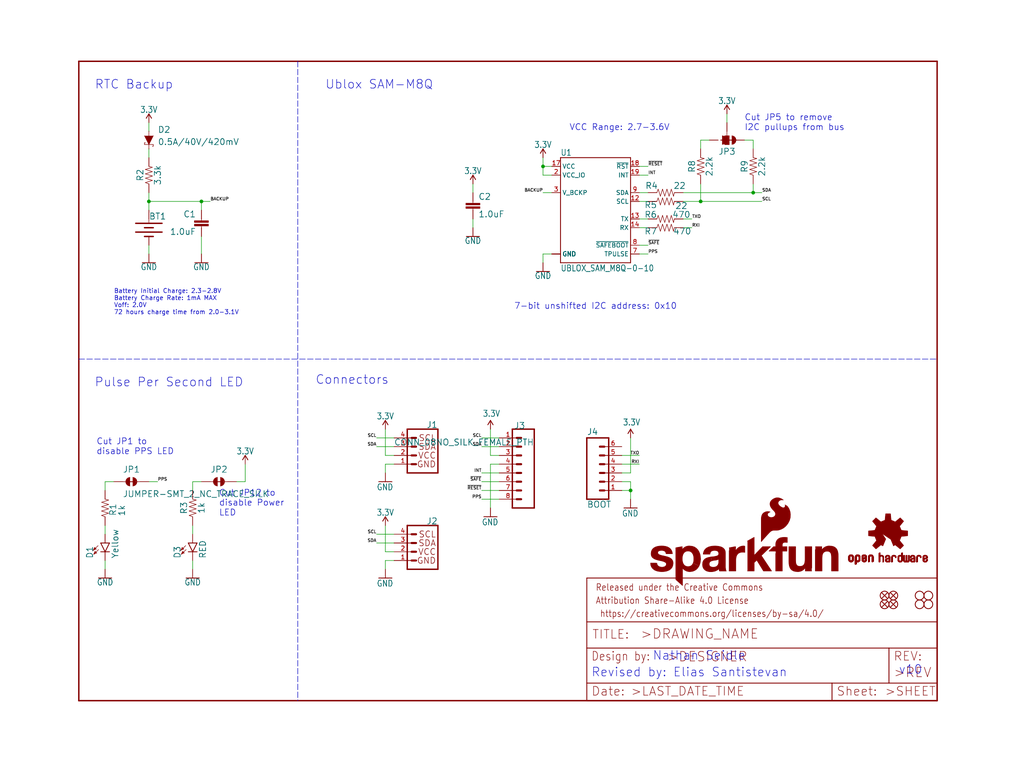
<source format=kicad_sch>
(kicad_sch (version 20211123) (generator eeschema)
  (paper "User" 297.002 223.926)
  (lib_symbols
    (symbol "SparkFun_Ublox SAM-M8Q-eagle-import:1.0UF-0603-16V-10%"
      (property "Reference" "C" (at 1.524 2.921 0))
      (property "Value" "1.0UF-0603-16V-10%" (at 1.524 -2.159 0))
      (symbol "1.0UF-0603-16V-10%_1_0"
        (pin passive line (at 0 5.08 270) (length 2.54) (name "1") (number "1"))
        (pin passive line (at 0 -2.54 90) (length 2.54) (name "2") (number "2"))
      )
    )
    (symbol "SparkFun_Ublox SAM-M8Q-eagle-import:1KOHM-0603-1{slash}10W-1%"
      (property "Reference" "R" (at 0 1.524 0))
      (property "Value" "1KOHM-0603-1{slash}10W-1%" (at 0 -1.524 0))
      (symbol "1KOHM-0603-1{slash}10W-1%_1_0"
        (pin passive line (at -5.08 0 0) (length 2.54) (name "1") (number "1"))
        (pin passive line (at 5.08 0 180) (length 2.54) (name "2") (number "2"))
      )
    )
    (symbol "SparkFun_Ublox SAM-M8Q-eagle-import:2.2KOHM-0603-1{slash}10W-1%"
      (property "Reference" "R" (at 0 1.524 0))
      (property "Value" "2.2KOHM-0603-1{slash}10W-1%" (at 0 -1.524 0))
      (symbol "2.2KOHM-0603-1{slash}10W-1%_1_0"
        (pin passive line (at -5.08 0 0) (length 2.54) (name "1") (number "1"))
        (pin passive line (at 5.08 0 180) (length 2.54) (name "2") (number "2"))
      )
    )
    (symbol "SparkFun_Ublox SAM-M8Q-eagle-import:22OHM-0603-1{slash}10W-1%"
      (property "Reference" "R" (at 0 1.524 0))
      (property "Value" "22OHM-0603-1{slash}10W-1%" (at 0 -1.524 0))
      (symbol "22OHM-0603-1{slash}10W-1%_1_0"
        (pin passive line (at -5.08 0 0) (length 2.54) (name "1") (number "1"))
        (pin passive line (at 5.08 0 180) (length 2.54) (name "2") (number "2"))
      )
    )
    (symbol "SparkFun_Ublox SAM-M8Q-eagle-import:3.3KOHM-0603-1{slash}10W-1%"
      (property "Reference" "R" (at 0 1.524 0))
      (property "Value" "3.3KOHM-0603-1{slash}10W-1%" (at 0 -1.524 0))
      (symbol "3.3KOHM-0603-1{slash}10W-1%_1_0"
        (pin passive line (at -5.08 0 0) (length 2.54) (name "1") (number "1"))
        (pin passive line (at 5.08 0 180) (length 2.54) (name "2") (number "2"))
      )
    )
    (symbol "SparkFun_Ublox SAM-M8Q-eagle-import:3.3V" (power)
      (property "Value" "3.3V" (at 0 2.794 0))
      (symbol "3.3V_1_0"
        (pin power_in line (at 0 0 90) (length 2.54) (name "3.3V") (number "1"))
      )
    )
    (symbol "SparkFun_Ublox SAM-M8Q-eagle-import:470OHM-0603-1{slash}10W-1%"
      (property "Reference" "R" (at 0 1.524 0))
      (property "Value" "470OHM-0603-1{slash}10W-1%" (at 0 -1.524 0))
      (symbol "470OHM-0603-1{slash}10W-1%_1_0"
        (pin passive line (at -5.08 0 0) (length 2.54) (name "1") (number "1"))
        (pin passive line (at 5.08 0 180) (length 2.54) (name "2") (number "2"))
      )
    )
    (symbol "SparkFun_Ublox SAM-M8Q-eagle-import:CONN_06NO_SILK_NO_POP"
      (property "Reference" "J" (at -5.08 10.668 0))
      (property "Value" "CONN_06NO_SILK_NO_POP" (at -5.08 -9.906 0))
      (symbol "CONN_06NO_SILK_NO_POP_1_0"
        (pin passive line (at 5.08 -5.08 180) (length 5.08) (name "1") (number "1"))
        (pin passive line (at 5.08 -2.54 180) (length 5.08) (name "2") (number "2"))
        (pin passive line (at 5.08 0 180) (length 5.08) (name "3") (number "3"))
        (pin passive line (at 5.08 2.54 180) (length 5.08) (name "4") (number "4"))
        (pin passive line (at 5.08 5.08 180) (length 5.08) (name "5") (number "5"))
        (pin passive line (at 5.08 7.62 180) (length 5.08) (name "6") (number "6"))
      )
    )
    (symbol "SparkFun_Ublox SAM-M8Q-eagle-import:CONN_08NO_SILK_FEMALE_PTH"
      (property "Reference" "J" (at -5.08 13.208 0))
      (property "Value" "CONN_08NO_SILK_FEMALE_PTH" (at -5.08 -12.446 0))
      (symbol "CONN_08NO_SILK_FEMALE_PTH_1_0"
        (pin passive line (at 5.08 -7.62 180) (length 5.08) (name "1") (number "1"))
        (pin passive line (at 5.08 -5.08 180) (length 5.08) (name "2") (number "2"))
        (pin passive line (at 5.08 -2.54 180) (length 5.08) (name "3") (number "3"))
        (pin passive line (at 5.08 0 180) (length 5.08) (name "4") (number "4"))
        (pin passive line (at 5.08 2.54 180) (length 5.08) (name "5") (number "5"))
        (pin passive line (at 5.08 5.08 180) (length 5.08) (name "6") (number "6"))
        (pin passive line (at 5.08 7.62 180) (length 5.08) (name "7") (number "7"))
        (pin passive line (at 5.08 10.16 180) (length 5.08) (name "8") (number "8"))
      )
    )
    (symbol "SparkFun_Ublox SAM-M8Q-eagle-import:DIODE-SCHOTTKY-PMEG4005EJ"
      (property "Reference" "D" (at -2.54 2.032 0))
      (property "Value" "DIODE-SCHOTTKY-PMEG4005EJ" (at -2.54 -2.032 0))
      (symbol "DIODE-SCHOTTKY-PMEG4005EJ_1_0"
        (pin passive line (at -2.54 0 0) (length 0) (name "A") (number "A"))
        (pin passive line (at 2.54 0 180) (length 0) (name "C") (number "C"))
      )
    )
    (symbol "SparkFun_Ublox SAM-M8Q-eagle-import:FIDUCIALUFIDUCIAL")
    (symbol "SparkFun_Ublox SAM-M8Q-eagle-import:FRAME-LETTER"
      (symbol "FRAME-LETTER_2_0"
        (text " https://creativecommons.org/licenses/by-sa/4.0/" (at 2.54 24.13 0) (effects (font (size 1.9304 1.6408)) (justify left bottom)))
        (text ">DESIGNER" (at 23.114 11.176 0) (effects (font (size 2.7432 2.7432)) (justify left bottom)))
        (text ">DRAWING_NAME" (at 15.494 17.78 0) (effects (font (size 2.7432 2.7432)) (justify left bottom)))
        (text ">LAST_DATE_TIME" (at 12.7 1.27 0) (effects (font (size 2.54 2.54)) (justify left bottom)))
        (text ">REV" (at 88.9 6.604 0) (effects (font (size 2.7432 2.7432)) (justify left bottom)))
        (text ">SHEET" (at 86.36 1.27 0) (effects (font (size 2.54 2.54)) (justify left bottom)))
        (text "Attribution Share-Alike 4.0 License" (at 2.54 27.94 0) (effects (font (size 1.9304 1.6408)) (justify left bottom)))
        (text "Date:" (at 1.27 1.27 0) (effects (font (size 2.54 2.54)) (justify left bottom)))
        (text "Design by:" (at 1.27 11.43 0) (effects (font (size 2.54 2.159)) (justify left bottom)))
        (text "Released under the Creative Commons" (at 2.54 31.75 0) (effects (font (size 1.9304 1.6408)) (justify left bottom)))
        (text "REV:" (at 88.9 11.43 0) (effects (font (size 2.54 2.54)) (justify left bottom)))
        (text "Sheet:" (at 72.39 1.27 0) (effects (font (size 2.54 2.54)) (justify left bottom)))
        (text "TITLE:" (at 1.524 17.78 0) (effects (font (size 2.54 2.54)) (justify left bottom)))
      )
    )
    (symbol "SparkFun_Ublox SAM-M8Q-eagle-import:GND" (power)
      (property "Value" "GND" (at 0 -0.254 0))
      (symbol "GND_1_0"
        (pin power_in line (at 0 2.54 270) (length 2.54) (name "GND") (number "1"))
      )
    )
    (symbol "SparkFun_Ublox SAM-M8Q-eagle-import:I2C_STANDARDQWIIC"
      (property "Reference" "J" (at -5.08 7.874 0))
      (property "Value" "I2C_STANDARDQWIIC" (at -5.08 -5.334 0))
      (symbol "I2C_STANDARDQWIIC_1_0"
        (text "GND" (at -4.572 -2.54 0) (effects (font (size 1.778 1.778)) (justify left)))
        (text "SCL" (at -4.572 5.08 0) (effects (font (size 1.778 1.778)) (justify left)))
        (text "SDA" (at -4.572 2.54 0) (effects (font (size 1.778 1.778)) (justify left)))
        (text "VCC" (at -4.572 0 0) (effects (font (size 1.778 1.778)) (justify left)))
        (pin power_in line (at 7.62 -2.54 180) (length 5.08) (name "1") (number "1"))
        (pin power_in line (at 7.62 0 180) (length 5.08) (name "2") (number "2"))
        (pin passive line (at 7.62 2.54 180) (length 5.08) (name "3") (number "3"))
        (pin passive line (at 7.62 5.08 180) (length 5.08) (name "4") (number "4"))
      )
    )
    (symbol "SparkFun_Ublox SAM-M8Q-eagle-import:JUMPER-SMT_2_NC_TRACE_SILK"
      (property "Reference" "JP" (at -2.54 2.54 0))
      (property "Value" "JUMPER-SMT_2_NC_TRACE_SILK" (at -2.54 -2.54 0))
      (symbol "JUMPER-SMT_2_NC_TRACE_SILK_1_0"
        (pin passive line (at -5.08 0 0) (length 2.54) (name "1") (number "1"))
        (pin passive line (at 5.08 0 180) (length 2.54) (name "2") (number "2"))
      )
    )
    (symbol "SparkFun_Ublox SAM-M8Q-eagle-import:JUMPER-SMT_3_2-NC_TRACE_SILK"
      (property "Reference" "JP" (at 2.54 0.381 0))
      (property "Value" "JUMPER-SMT_3_2-NC_TRACE_SILK" (at 2.54 -0.381 0))
      (symbol "JUMPER-SMT_3_2-NC_TRACE_SILK_1_0"
        (pin passive line (at 0 5.08 270) (length 2.54) (name "1") (number "1"))
        (pin passive line (at -5.08 0 0) (length 2.54) (name "2") (number "2"))
        (pin passive line (at 0 -5.08 90) (length 2.54) (name "3") (number "3"))
      )
    )
    (symbol "SparkFun_Ublox SAM-M8Q-eagle-import:LED-RED0603"
      (property "Reference" "D" (at -3.429 -4.572 90))
      (property "Value" "LED-RED0603" (at 1.905 -4.572 90))
      (symbol "LED-RED0603_1_0"
        (pin passive line (at 0 2.54 270) (length 2.54) (name "A") (number "A"))
        (pin passive line (at 0 -5.08 90) (length 2.54) (name "C") (number "C"))
      )
    )
    (symbol "SparkFun_Ublox SAM-M8Q-eagle-import:LED-YELLOW0603"
      (property "Reference" "D" (at -3.429 -4.572 90))
      (property "Value" "LED-YELLOW0603" (at 1.905 -4.572 90))
      (symbol "LED-YELLOW0603_1_0"
        (pin passive line (at 0 2.54 270) (length 2.54) (name "A") (number "A"))
        (pin passive line (at 0 -5.08 90) (length 2.54) (name "C") (number "C"))
      )
    )
    (symbol "SparkFun_Ublox SAM-M8Q-eagle-import:ML414H_IV01E_BATTERY"
      (property "Reference" "BT" (at 0 4.318 0))
      (property "Value" "ML414H_IV01E_BATTERY" (at 0 -4.318 0))
      (symbol "ML414H_IV01E_BATTERY_1_0"
        (pin power_in line (at -5.08 0 0) (length 2.54) (name "+") (number "+"))
        (pin power_in line (at 5.08 0 180) (length 2.54) (name "-") (number "-"))
      )
    )
    (symbol "SparkFun_Ublox SAM-M8Q-eagle-import:OSHW-LOGOM")
    (symbol "SparkFun_Ublox SAM-M8Q-eagle-import:SFE_LOGO_NAME_FLAME.2_INCH")
    (symbol "SparkFun_Ublox SAM-M8Q-eagle-import:STAND-OFF")
    (symbol "SparkFun_Ublox SAM-M8Q-eagle-import:UBLOX_SAM_M8Q-0-10"
      (property "Reference" "U" (at -10.16 15.748 0))
      (property "Value" "UBLOX_SAM_M8Q-0-10" (at -10.16 -17.78 0))
      (symbol "UBLOX_SAM_M8Q-0-10_1_0"
        (pin bidirectional line (at -12.7 -12.7 0) (length 2.54) (name "GND") (number "1"))
        (pin bidirectional line (at -12.7 -12.7 0) (length 2.54) (name "GND") (number "10"))
        (pin bidirectional line (at -12.7 -12.7 0) (length 2.54) (name "GND") (number "11"))
        (pin bidirectional line (at 12.7 2.54 180) (length 2.54) (name "SCL") (number "12"))
        (pin bidirectional line (at 12.7 -2.54 180) (length 2.54) (name "TX") (number "13"))
        (pin bidirectional line (at 12.7 -5.08 180) (length 2.54) (name "RX") (number "14"))
        (pin bidirectional line (at -12.7 -12.7 0) (length 2.54) (name "GND") (number "15"))
        (pin bidirectional line (at -12.7 -12.7 0) (length 2.54) (name "GND") (number "16"))
        (pin bidirectional line (at -12.7 12.7 0) (length 2.54) (name "VCC") (number "17"))
        (pin bidirectional line (at 12.7 12.7 180) (length 2.54) (name "~{RST}") (number "18"))
        (pin bidirectional line (at 12.7 10.16 180) (length 2.54) (name "INT") (number "19"))
        (pin bidirectional line (at -12.7 10.16 0) (length 2.54) (name "VCC_IO") (number "2"))
        (pin bidirectional line (at -12.7 -12.7 0) (length 2.54) (name "GND") (number "20"))
        (pin bidirectional line (at -12.7 5.08 0) (length 2.54) (name "V_BCKP") (number "3"))
        (pin bidirectional line (at -12.7 -12.7 0) (length 2.54) (name "GND") (number "4"))
        (pin bidirectional line (at -12.7 -12.7 0) (length 2.54) (name "GND") (number "5"))
        (pin bidirectional line (at -12.7 -12.7 0) (length 2.54) (name "GND") (number "6"))
        (pin bidirectional line (at 12.7 -12.7 180) (length 2.54) (name "TPULSE") (number "7"))
        (pin bidirectional line (at 12.7 -10.16 180) (length 2.54) (name "~{SAFEBOOT}") (number "8"))
        (pin bidirectional line (at 12.7 5.08 180) (length 2.54) (name "SDA") (number "9"))
      )
    )
  )
  (junction (at 182.88 142.24))
  (junction (at 58.42 58.42))
  (junction (at 203.2 58.42))
  (junction (at 218.44 55.88))
  (junction (at 43.18 58.42))
  (junction (at 157.48 48.26))
  (polyline (pts (xy 22.86 104.14) (xy 271.78 104.14)))
  (wire (pts (xy 114.3 127) (xy 109.22 127)))
  (wire (pts (xy 71.12 139.7) (xy 71.12 134.62)))
  (wire (pts (xy 160.02 55.88) (xy 157.48 55.88)))
  (wire (pts (xy 180.34 139.7) (xy 182.88 139.7)))
  (wire (pts (xy 210.82 33.02) (xy 210.82 35.56)))
  (wire (pts (xy 68.58 139.7) (xy 71.12 139.7)))
  (wire (pts (xy 144.78 132.08) (xy 142.24 132.08)))
  (wire (pts (xy 203.2 53.34) (xy 203.2 58.42)))
  (wire (pts (xy 142.24 134.62) (xy 142.24 147.32)))
  (wire (pts (xy 185.42 50.8) (xy 187.96 50.8)))
  (wire (pts (xy 43.18 55.88) (xy 43.18 58.42)))
  (wire (pts (xy 218.44 55.88) (xy 220.98 55.88)))
  (wire (pts (xy 198.12 66.04) (xy 200.66 66.04)))
  (wire (pts (xy 180.34 132.08) (xy 185.42 132.08)))
  (wire (pts (xy 43.18 58.42) (xy 43.18 60.96)))
  (wire (pts (xy 144.78 134.62) (xy 142.24 134.62)))
  (wire (pts (xy 182.88 142.24) (xy 182.88 144.78)))
  (wire (pts (xy 142.24 132.08) (xy 142.24 124.46)))
  (wire (pts (xy 144.78 144.78) (xy 139.7 144.78)))
  (wire (pts (xy 203.2 40.64) (xy 205.74 40.64)))
  (wire (pts (xy 185.42 48.26) (xy 187.96 48.26)))
  (wire (pts (xy 30.48 139.7) (xy 30.48 142.24)))
  (wire (pts (xy 144.78 129.54) (xy 139.7 129.54)))
  (wire (pts (xy 111.76 162.56) (xy 111.76 165.1)))
  (wire (pts (xy 185.42 63.5) (xy 187.96 63.5)))
  (wire (pts (xy 157.48 50.8) (xy 157.48 48.26)))
  (wire (pts (xy 111.76 132.08) (xy 111.76 124.46)))
  (wire (pts (xy 157.48 73.66) (xy 157.48 76.2)))
  (wire (pts (xy 203.2 58.42) (xy 220.98 58.42)))
  (wire (pts (xy 55.88 165.1) (xy 55.88 162.56)))
  (wire (pts (xy 187.96 58.42) (xy 185.42 58.42)))
  (wire (pts (xy 144.78 127) (xy 139.7 127)))
  (wire (pts (xy 198.12 63.5) (xy 200.66 63.5)))
  (wire (pts (xy 114.3 157.48) (xy 109.22 157.48)))
  (wire (pts (xy 198.12 55.88) (xy 218.44 55.88)))
  (wire (pts (xy 144.78 142.24) (xy 139.7 142.24)))
  (wire (pts (xy 203.2 43.18) (xy 203.2 40.64)))
  (wire (pts (xy 180.34 142.24) (xy 182.88 142.24)))
  (wire (pts (xy 218.44 43.18) (xy 218.44 40.64)))
  (wire (pts (xy 198.12 58.42) (xy 203.2 58.42)))
  (wire (pts (xy 55.88 154.94) (xy 55.88 152.4)))
  (wire (pts (xy 43.18 71.12) (xy 43.18 73.66)))
  (wire (pts (xy 114.3 132.08) (xy 111.76 132.08)))
  (wire (pts (xy 30.48 162.56) (xy 30.48 165.1)))
  (wire (pts (xy 55.88 142.24) (xy 55.88 139.7)))
  (wire (pts (xy 187.96 55.88) (xy 185.42 55.88)))
  (wire (pts (xy 111.76 160.02) (xy 111.76 152.4)))
  (wire (pts (xy 144.78 137.16) (xy 139.7 137.16)))
  (wire (pts (xy 114.3 160.02) (xy 111.76 160.02)))
  (wire (pts (xy 157.48 45.72) (xy 157.48 48.26)))
  (wire (pts (xy 43.18 35.56) (xy 43.18 38.1)))
  (wire (pts (xy 43.18 139.7) (xy 45.72 139.7)))
  (wire (pts (xy 137.16 66.04) (xy 137.16 63.5)))
  (wire (pts (xy 160.02 73.66) (xy 157.48 73.66)))
  (wire (pts (xy 114.3 134.62) (xy 111.76 134.62)))
  (wire (pts (xy 30.48 152.4) (xy 30.48 154.94)))
  (wire (pts (xy 185.42 66.04) (xy 187.96 66.04)))
  (wire (pts (xy 218.44 53.34) (xy 218.44 55.88)))
  (wire (pts (xy 111.76 134.62) (xy 111.76 137.16)))
  (wire (pts (xy 114.3 154.94) (xy 109.22 154.94)))
  (wire (pts (xy 218.44 40.64) (xy 215.9 40.64)))
  (wire (pts (xy 43.18 43.18) (xy 43.18 45.72)))
  (wire (pts (xy 114.3 162.56) (xy 111.76 162.56)))
  (wire (pts (xy 185.42 71.12) (xy 187.96 71.12)))
  (wire (pts (xy 33.02 139.7) (xy 30.48 139.7)))
  (wire (pts (xy 160.02 50.8) (xy 157.48 50.8)))
  (wire (pts (xy 144.78 139.7) (xy 139.7 139.7)))
  (wire (pts (xy 182.88 139.7) (xy 182.88 142.24)))
  (wire (pts (xy 58.42 58.42) (xy 60.96 58.42)))
  (wire (pts (xy 55.88 139.7) (xy 58.42 139.7)))
  (wire (pts (xy 180.34 137.16) (xy 182.88 137.16)))
  (wire (pts (xy 58.42 58.42) (xy 43.18 58.42)))
  (wire (pts (xy 182.88 137.16) (xy 182.88 127)))
  (wire (pts (xy 58.42 68.58) (xy 58.42 73.66)))
  (polyline (pts (xy 86.36 17.78) (xy 86.36 203.2)))
  (wire (pts (xy 185.42 73.66) (xy 187.96 73.66)))
  (wire (pts (xy 180.34 134.62) (xy 185.42 134.62)))
  (wire (pts (xy 58.42 58.42) (xy 58.42 60.96)))
  (wire (pts (xy 157.48 48.26) (xy 160.02 48.26)))
  (wire (pts (xy 114.3 129.54) (xy 109.22 129.54)))
  (wire (pts (xy 137.16 53.34) (xy 137.16 55.88)))
  (text "RTC Backup" (at 38.862 24.638 180) (effects (font (size 2.54 2.54))))
  (text "Cut JP5 to remove\nI2C pullups from bus" (at 215.9 38.1 180) (effects (font (size 1.778 1.778)) (justify left bottom)))
  (text "Pulse Per Second LED" (at 49.022 110.998 180) (effects (font (size 2.54 2.54))))
  (text "7-bit unshifted I2C address: 0x10" (at 172.72 88.9 180) (effects (font (size 1.778 1.778))))
  (text "Connectors" (at 91.44 111.76 180) (effects (font (size 2.54 2.54)) (justify left bottom)))
  (text "Revised by: Elias Santistevan" (at 171.45 196.596 180) (effects (font (size 2.54 2.54)) (justify left bottom)))
  (text "v10" (at 260.604 195.834 180) (effects (font (size 2.54 2.54)) (justify left bottom)))
  (text "Cut JP12 to\ndisable Power\nLED" (at 63.5 149.86 180) (effects (font (size 1.778 1.778)) (justify left bottom)))
  (text "Cut JP1 to\ndisable PPS LED" (at 27.94 132.08 180) (effects (font (size 1.778 1.778)) (justify left bottom)))
  (text "Battery Initial Charge: 2.3-2.8V\nBattery Charge Rate: 1mA MAX\nVoff: 2.0V\n72 hours charge time from 2.0-3.1V" (at 33.02 91.44 0) (effects (font (size 1.27 1.27)) (justify left bottom)))
  (text "Nathan Seidle" (at 189.23 191.77 180) (effects (font (size 2.54 2.54)) (justify left bottom)))
  (text "VCC Range: 2.7-3.6V" (at 165.1 38.1 180) (effects (font (size 1.778 1.778)) (justify left bottom)))
  (text "Ublox SAM-M8Q" (at 109.982 24.638 180) (effects (font (size 2.54 2.54))))
  (label "~{SAFE}" (at 187.96 71.12 0) (effects (font (size 0.889 0.889))))
  (label "SCL" (at 109.22 127 180) (effects (font (size 0.889 0.889))))
  (label "~{SAFE}" (at 139.7 139.7 180) (effects (font (size 0.889 0.889))))
  (label "PPS" (at 139.7 144.78 180) (effects (font (size 0.889 0.889))))
  (label "BACKUP" (at 157.48 55.88 180) (effects (font (size 0.889 0.889))))
  (label "PPS" (at 45.72 139.7 0) (effects (font (size 0.889 0.889))))
  (label "BACKUP" (at 60.96 58.42 0) (effects (font (size 0.889 0.889))))
  (label "RXI" (at 185.42 134.62 180) (effects (font (size 0.889 0.889))))
  (label "~{RESET}" (at 139.7 142.24 180) (effects (font (size 0.889 0.889))))
  (label "SDA" (at 220.98 55.88 0) (effects (font (size 0.889 0.889))))
  (label "PPS" (at 187.96 73.66 0) (effects (font (size 0.889 0.889))))
  (label "TXO" (at 185.42 132.08 180) (effects (font (size 0.889 0.889))))
  (label "SDA" (at 109.22 129.54 180) (effects (font (size 0.889 0.889))))
  (label "SDA" (at 109.22 157.48 180) (effects (font (size 0.889 0.889))))
  (label "TXO" (at 200.66 63.5 0) (effects (font (size 0.889 0.889))))
  (label "RXI" (at 200.66 66.04 0) (effects (font (size 0.889 0.889))))
  (label "SDA" (at 139.7 129.54 180) (effects (font (size 0.889 0.889))))
  (label "SCL" (at 139.7 127 180) (effects (font (size 0.889 0.889))))
  (label "INT" (at 139.7 137.16 180) (effects (font (size 0.889 0.889))))
  (label "INT" (at 187.96 50.8 0) (effects (font (size 0.889 0.889))))
  (label "SCL" (at 109.22 154.94 180) (effects (font (size 0.889 0.889))))
  (label "~{RESET}" (at 187.96 48.26 0) (effects (font (size 0.889 0.889))))
  (label "SCL" (at 220.98 58.42 0) (effects (font (size 0.889 0.889))))
  (symbol (lib_id "SparkFun_Ublox SAM-M8Q-eagle-import:ML414H_IV01E_BATTERY") (at 43.18 66.04 270) (unit 1)
    (property "Reference" "BT1" (at 45.72 63.754 90) (effects (font (size 1.778 1.778)) (justify bottom)))
    (property "Value" "6.8MM_COIN_CELL" (effects hide))
    (property "Footprint" "SparkFun_Ublox SAM-M8Q:ML414H_IV01E" (effects hide))
  )
  (symbol (lib_id "SparkFun_Ublox SAM-M8Q-eagle-import:I2C_STANDARDQWIIC") (at 121.92 132.08 0) (mirror y) (unit 1)
    (property "Reference" "J1" (at 127 124.206 0) (effects (font (size 1.778 1.778)) (justify left bottom)))
    (property "Value" "Qwiic Right Angle" (effects hide))
    (property "Footprint" "SparkFun_Ublox SAM-M8Q:JST04_1MM_RA" (effects hide))
  )
  (symbol (lib_id "SparkFun_Ublox SAM-M8Q-eagle-import:22OHM-0603-1{slash}10W-1%") (at 193.04 58.42 0) (unit 1)
    (property "Reference" "R5" (at 188.722 60.452 0) (effects (font (size 1.778 1.778)) (justify bottom)))
    (property "Value" "22" (at 197.612 60.706 0) (effects (font (size 1.778 1.778)) (justify bottom)))
    (property "Footprint" "SparkFun_Ublox SAM-M8Q:0603" (effects hide))
  )
  (symbol (lib_id "SparkFun_Ublox SAM-M8Q-eagle-import:GND") (at 182.88 147.32 0) (unit 1)
    (property "Reference" "#GND10" (effects hide))
    (property "Value" "GND" (at 180.34 149.86 0) (effects (font (size 1.778 1.5113)) (justify left bottom)))
    (property "Footprint" "SparkFun_Ublox SAM-M8Q:" (effects hide))
  )
  (symbol (lib_id "SparkFun_Ublox SAM-M8Q-eagle-import:DIODE-SCHOTTKY-PMEG4005EJ") (at 43.18 40.64 270) (unit 1)
    (property "Reference" "D2" (at 45.72 38.608 90) (effects (font (size 1.778 1.778)) (justify left bottom)))
    (property "Value" "0.5A/40V/420mV" (at 45.72 40.132 90) (effects (font (size 1.778 1.778)) (justify left top)))
    (property "Footprint" "SparkFun_Ublox SAM-M8Q:SOD-323" (effects hide))
  )
  (symbol (lib_id "SparkFun_Ublox SAM-M8Q-eagle-import:LED-RED0603") (at 55.88 157.48 0) (unit 1)
    (property "Reference" "D3" (at 52.451 162.052 90) (effects (font (size 1.778 1.778)) (justify left bottom)))
    (property "Value" "RED" (at 57.785 162.052 90) (effects (font (size 1.778 1.778)) (justify left top)))
    (property "Footprint" "SparkFun_Ublox SAM-M8Q:LED-0603" (effects hide))
  )
  (symbol (lib_id "SparkFun_Ublox SAM-M8Q-eagle-import:FIDUCIALUFIDUCIAL") (at 256.54 172.72 270) (unit 1)
    (property "Reference" "FD1" (effects hide))
    (property "Value" "FIDUCIALUFIDUCIAL" (effects hide))
    (property "Footprint" "SparkFun_Ublox SAM-M8Q:FIDUCIAL-MICRO" (effects hide))
  )
  (symbol (lib_id "SparkFun_Ublox SAM-M8Q-eagle-import:FRAME-LETTER") (at 170.18 203.2 0) (unit 2)
    (property "Reference" "FRAME1" (effects hide))
    (property "Value" "FRAME-LETTER" (effects hide))
    (property "Footprint" "SparkFun_Ublox SAM-M8Q:CREATIVE_COMMONS" (effects hide))
  )
  (symbol (lib_id "SparkFun_Ublox SAM-M8Q-eagle-import:LED-YELLOW0603") (at 30.48 157.48 0) (unit 1)
    (property "Reference" "D1" (at 27.051 162.052 90) (effects (font (size 1.778 1.778)) (justify left bottom)))
    (property "Value" "Yellow" (at 32.385 162.052 90) (effects (font (size 1.778 1.778)) (justify left top)))
    (property "Footprint" "SparkFun_Ublox SAM-M8Q:LED-0603" (effects hide))
  )
  (symbol (lib_id "SparkFun_Ublox SAM-M8Q-eagle-import:FIDUCIALUFIDUCIAL") (at 256.54 175.26 270) (unit 1)
    (property "Reference" "FD2" (effects hide))
    (property "Value" "FIDUCIALUFIDUCIAL" (effects hide))
    (property "Footprint" "SparkFun_Ublox SAM-M8Q:FIDUCIAL-MICRO" (effects hide))
  )
  (symbol (lib_id "SparkFun_Ublox SAM-M8Q-eagle-import:FIDUCIALUFIDUCIAL") (at 259.08 172.72 0) (unit 1)
    (property "Reference" "FD3" (effects hide))
    (property "Value" "FIDUCIALUFIDUCIAL" (effects hide))
    (property "Footprint" "SparkFun_Ublox SAM-M8Q:FIDUCIAL-MICRO" (effects hide))
  )
  (symbol (lib_id "SparkFun_Ublox SAM-M8Q-eagle-import:UBLOX_SAM_M8Q-0-10") (at 172.72 60.96 0) (unit 1)
    (property "Reference" "U1" (at 162.56 45.212 0) (effects (font (size 1.778 1.5113)) (justify left bottom)))
    (property "Value" "UBLOX_SAM_M8Q-0-10" (at 162.56 78.74 0) (effects (font (size 1.778 1.5113)) (justify left bottom)))
    (property "Footprint" "SparkFun_Ublox SAM-M8Q:SAM-M8Q" (effects hide))
  )
  (symbol (lib_id "SparkFun_Ublox SAM-M8Q-eagle-import:GND") (at 142.24 149.86 0) (unit 1)
    (property "Reference" "#GND8" (effects hide))
    (property "Value" "GND" (at 139.7 152.4 0) (effects (font (size 1.778 1.5113)) (justify left bottom)))
    (property "Footprint" "SparkFun_Ublox SAM-M8Q:" (effects hide))
  )
  (symbol (lib_id "SparkFun_Ublox SAM-M8Q-eagle-import:GND") (at 43.18 76.2 0) (unit 1)
    (property "Reference" "#GND2" (effects hide))
    (property "Value" "GND" (at 43.18 76.454 0) (effects (font (size 1.778 1.5113)) (justify top)))
    (property "Footprint" "SparkFun_Ublox SAM-M8Q:" (effects hide))
  )
  (symbol (lib_id "SparkFun_Ublox SAM-M8Q-eagle-import:3.3V") (at 111.76 124.46 0) (unit 1)
    (property "Reference" "#SUPPLY3" (effects hide))
    (property "Value" "3.3V" (at 111.76 121.666 0) (effects (font (size 1.778 1.5113)) (justify bottom)))
    (property "Footprint" "SparkFun_Ublox SAM-M8Q:" (effects hide))
  )
  (symbol (lib_id "SparkFun_Ublox SAM-M8Q-eagle-import:3.3V") (at 71.12 134.62 0) (unit 1)
    (property "Reference" "#SUPPLY2" (effects hide))
    (property "Value" "3.3V" (at 71.12 131.826 0) (effects (font (size 1.778 1.5113)) (justify bottom)))
    (property "Footprint" "SparkFun_Ublox SAM-M8Q:" (effects hide))
  )
  (symbol (lib_id "SparkFun_Ublox SAM-M8Q-eagle-import:1.0UF-0603-16V-10%") (at 137.16 60.96 0) (unit 1)
    (property "Reference" "C2" (at 138.684 58.039 0) (effects (font (size 1.778 1.778)) (justify left bottom)))
    (property "Value" "1.0uF" (at 138.684 63.119 0) (effects (font (size 1.778 1.778)) (justify left bottom)))
    (property "Footprint" "SparkFun_Ublox SAM-M8Q:0603" (effects hide))
  )
  (symbol (lib_id "SparkFun_Ublox SAM-M8Q-eagle-import:JUMPER-SMT_2_NC_TRACE_SILK") (at 38.1 139.7 0) (unit 1)
    (property "Reference" "JP1" (at 35.56 137.16 0) (effects (font (size 1.778 1.778)) (justify left bottom)))
    (property "Value" "JUMPER-SMT_2_NC_TRACE_SILK" (at 35.56 142.24 0) (effects (font (size 1.778 1.778)) (justify left top)))
    (property "Footprint" "SparkFun_Ublox SAM-M8Q:SMT-JUMPER_2_NC_TRACE_SILK" (effects hide))
  )
  (symbol (lib_id "SparkFun_Ublox SAM-M8Q-eagle-import:470OHM-0603-1{slash}10W-1%") (at 193.04 66.04 0) (unit 1)
    (property "Reference" "R7" (at 188.722 68.072 0) (effects (font (size 1.778 1.778)) (justify bottom)))
    (property "Value" "470" (at 197.866 68.072 0) (effects (font (size 1.778 1.778)) (justify bottom)))
    (property "Footprint" "SparkFun_Ublox SAM-M8Q:0603" (effects hide))
  )
  (symbol (lib_id "SparkFun_Ublox SAM-M8Q-eagle-import:STAND-OFF") (at 266.7 172.72 0) (unit 1)
    (property "Reference" "H1" (effects hide))
    (property "Value" "STAND-OFF" (effects hide))
    (property "Footprint" "SparkFun_Ublox SAM-M8Q:STAND-OFF" (effects hide))
  )
  (symbol (lib_id "SparkFun_Ublox SAM-M8Q-eagle-import:CONN_06NO_SILK_NO_POP") (at 175.26 137.16 0) (unit 1)
    (property "Reference" "J4" (at 170.18 126.238 0) (effects (font (size 1.778 1.778)) (justify left bottom)))
    (property "Value" "BOOT" (at 170.18 147.32 0) (effects (font (size 1.778 1.778)) (justify left bottom)))
    (property "Footprint" "SparkFun_Ublox SAM-M8Q:1X06_NO_SILK" (effects hide))
  )
  (symbol (lib_id "SparkFun_Ublox SAM-M8Q-eagle-import:3.3V") (at 43.18 35.56 0) (unit 1)
    (property "Reference" "#SUPPLY1" (effects hide))
    (property "Value" "3.3V" (at 43.18 32.766 0) (effects (font (size 1.778 1.5113)) (justify bottom)))
    (property "Footprint" "SparkFun_Ublox SAM-M8Q:" (effects hide))
  )
  (symbol (lib_id "SparkFun_Ublox SAM-M8Q-eagle-import:1KOHM-0603-1{slash}10W-1%") (at 55.88 147.32 90) (unit 1)
    (property "Reference" "R3" (at 54.356 147.32 0) (effects (font (size 1.778 1.778)) (justify bottom)))
    (property "Value" "1k" (at 57.404 147.32 0) (effects (font (size 1.778 1.778)) (justify top)))
    (property "Footprint" "SparkFun_Ublox SAM-M8Q:0603" (effects hide))
  )
  (symbol (lib_id "SparkFun_Ublox SAM-M8Q-eagle-import:GND") (at 30.48 167.64 0) (unit 1)
    (property "Reference" "#GND1" (effects hide))
    (property "Value" "GND" (at 30.48 167.894 0) (effects (font (size 1.778 1.5113)) (justify top)))
    (property "Footprint" "SparkFun_Ublox SAM-M8Q:" (effects hide))
  )
  (symbol (lib_id "SparkFun_Ublox SAM-M8Q-eagle-import:1.0UF-0603-16V-10%") (at 58.42 66.04 0) (mirror y) (unit 1)
    (property "Reference" "C1" (at 56.896 63.119 0) (effects (font (size 1.778 1.778)) (justify left bottom)))
    (property "Value" "1.0uF" (at 56.896 68.199 0) (effects (font (size 1.778 1.778)) (justify left bottom)))
    (property "Footprint" "SparkFun_Ublox SAM-M8Q:0603" (effects hide))
  )
  (symbol (lib_id "SparkFun_Ublox SAM-M8Q-eagle-import:3.3V") (at 210.82 33.02 0) (unit 1)
    (property "Reference" "#SUPPLY9" (effects hide))
    (property "Value" "3.3V" (at 210.82 30.226 0) (effects (font (size 1.778 1.5113)) (justify bottom)))
    (property "Footprint" "SparkFun_Ublox SAM-M8Q:" (effects hide))
  )
  (symbol (lib_id "SparkFun_Ublox SAM-M8Q-eagle-import:GND") (at 137.16 68.58 0) (unit 1)
    (property "Reference" "#GND7" (effects hide))
    (property "Value" "GND" (at 137.16 68.834 0) (effects (font (size 1.778 1.5113)) (justify top)))
    (property "Footprint" "SparkFun_Ublox SAM-M8Q:" (effects hide))
  )
  (symbol (lib_id "SparkFun_Ublox SAM-M8Q-eagle-import:JUMPER-SMT_2_NC_TRACE_SILK") (at 63.5 139.7 0) (unit 1)
    (property "Reference" "JP2" (at 60.96 137.16 0) (effects (font (size 1.778 1.778)) (justify left bottom)))
    (property "Value" "JUMPER-SMT_2_NC_TRACE_SILK" (effects hide))
    (property "Footprint" "SparkFun_Ublox SAM-M8Q:SMT-JUMPER_2_NC_TRACE_SILK" (effects hide))
  )
  (symbol (lib_id "SparkFun_Ublox SAM-M8Q-eagle-import:JUMPER-SMT_3_2-NC_TRACE_SILK") (at 210.82 40.64 270) (unit 1)
    (property "Reference" "JP3" (at 208.28 44.958 90) (effects (font (size 1.778 1.778)) (justify left bottom)))
    (property "Value" "JUMPER-SMT_3_2-NC_TRACE_SILK" (effects hide))
    (property "Footprint" "SparkFun_Ublox SAM-M8Q:SMT-JUMPER_3_2-NC_TRACE_SILK" (effects hide))
  )
  (symbol (lib_id "SparkFun_Ublox SAM-M8Q-eagle-import:GND") (at 58.42 76.2 0) (unit 1)
    (property "Reference" "#GND4" (effects hide))
    (property "Value" "GND" (at 58.42 76.454 0) (effects (font (size 1.778 1.5113)) (justify top)))
    (property "Footprint" "SparkFun_Ublox SAM-M8Q:" (effects hide))
  )
  (symbol (lib_id "SparkFun_Ublox SAM-M8Q-eagle-import:3.3V") (at 157.48 45.72 0) (mirror y) (unit 1)
    (property "Reference" "#SUPPLY7" (effects hide))
    (property "Value" "3.3V" (at 157.48 42.926 0) (effects (font (size 1.778 1.5113)) (justify bottom)))
    (property "Footprint" "SparkFun_Ublox SAM-M8Q:" (effects hide))
  )
  (symbol (lib_id "SparkFun_Ublox SAM-M8Q-eagle-import:1KOHM-0603-1{slash}10W-1%") (at 30.48 147.32 90) (unit 1)
    (property "Reference" "R1" (at 33.782 147.828 0) (effects (font (size 1.778 1.778)) (justify bottom)))
    (property "Value" "1k" (at 36.322 148.082 0) (effects (font (size 1.778 1.778)) (justify bottom)))
    (property "Footprint" "SparkFun_Ublox SAM-M8Q:0603" (effects hide))
  )
  (symbol (lib_id "SparkFun_Ublox SAM-M8Q-eagle-import:STAND-OFF") (at 269.24 172.72 0) (unit 1)
    (property "Reference" "H3" (effects hide))
    (property "Value" "STAND-OFF" (effects hide))
    (property "Footprint" "SparkFun_Ublox SAM-M8Q:STAND-OFF" (effects hide))
  )
  (symbol (lib_id "SparkFun_Ublox SAM-M8Q-eagle-import:2.2KOHM-0603-1{slash}10W-1%") (at 203.2 48.26 90) (unit 1)
    (property "Reference" "R8" (at 201.676 48.26 0) (effects (font (size 1.778 1.778)) (justify bottom)))
    (property "Value" "2.2k" (at 204.724 48.26 0) (effects (font (size 1.778 1.778)) (justify top)))
    (property "Footprint" "SparkFun_Ublox SAM-M8Q:0603" (effects hide))
  )
  (symbol (lib_id "SparkFun_Ublox SAM-M8Q-eagle-import:STAND-OFF") (at 269.24 175.26 0) (unit 1)
    (property "Reference" "H4" (effects hide))
    (property "Value" "STAND-OFF" (effects hide))
    (property "Footprint" "SparkFun_Ublox SAM-M8Q:STAND-OFF" (effects hide))
  )
  (symbol (lib_id "SparkFun_Ublox SAM-M8Q-eagle-import:GND") (at 157.48 78.74 0) (unit 1)
    (property "Reference" "#GND9" (effects hide))
    (property "Value" "GND" (at 157.48 78.994 0) (effects (font (size 1.778 1.5113)) (justify top)))
    (property "Footprint" "SparkFun_Ublox SAM-M8Q:" (effects hide))
  )
  (symbol (lib_id "SparkFun_Ublox SAM-M8Q-eagle-import:3.3V") (at 111.76 152.4 0) (unit 1)
    (property "Reference" "#SUPPLY4" (effects hide))
    (property "Value" "3.3V" (at 111.76 149.606 0) (effects (font (size 1.778 1.5113)) (justify bottom)))
    (property "Footprint" "SparkFun_Ublox SAM-M8Q:" (effects hide))
  )
  (symbol (lib_id "SparkFun_Ublox SAM-M8Q-eagle-import:3.3V") (at 142.24 124.46 0) (unit 1)
    (property "Reference" "#SUPPLY6" (effects hide))
    (property "Value" "3.3V" (at 139.954 120.904 0) (effects (font (size 1.778 1.5113)) (justify left bottom)))
    (property "Footprint" "SparkFun_Ublox SAM-M8Q:" (effects hide))
  )
  (symbol (lib_id "SparkFun_Ublox SAM-M8Q-eagle-import:FRAME-LETTER") (at 22.86 203.2 0) (unit 1)
    (property "Reference" "FRAME1" (effects hide))
    (property "Value" "FRAME-LETTER" (effects hide))
    (property "Footprint" "SparkFun_Ublox SAM-M8Q:CREATIVE_COMMONS" (effects hide))
  )
  (symbol (lib_id "SparkFun_Ublox SAM-M8Q-eagle-import:STAND-OFF") (at 266.7 175.26 0) (unit 1)
    (property "Reference" "H2" (effects hide))
    (property "Value" "STAND-OFF" (effects hide))
    (property "Footprint" "SparkFun_Ublox SAM-M8Q:STAND-OFF" (effects hide))
  )
  (symbol (lib_id "SparkFun_Ublox SAM-M8Q-eagle-import:3.3KOHM-0603-1{slash}10W-1%") (at 43.18 50.8 90) (unit 1)
    (property "Reference" "R2" (at 41.656 50.8 0) (effects (font (size 1.778 1.778)) (justify bottom)))
    (property "Value" "3.3k" (at 44.704 50.8 0) (effects (font (size 1.778 1.778)) (justify top)))
    (property "Footprint" "SparkFun_Ublox SAM-M8Q:0603" (effects hide))
  )
  (symbol (lib_id "SparkFun_Ublox SAM-M8Q-eagle-import:3.3V") (at 182.88 127 0) (unit 1)
    (property "Reference" "#SUPPLY8" (effects hide))
    (property "Value" "3.3V" (at 180.594 123.444 0) (effects (font (size 1.778 1.5113)) (justify left bottom)))
    (property "Footprint" "SparkFun_Ublox SAM-M8Q:" (effects hide))
  )
  (symbol (lib_id "SparkFun_Ublox SAM-M8Q-eagle-import:GND") (at 111.76 167.64 0) (unit 1)
    (property "Reference" "#GND6" (effects hide))
    (property "Value" "GND" (at 109.22 170.18 0) (effects (font (size 1.778 1.5113)) (justify left bottom)))
    (property "Footprint" "SparkFun_Ublox SAM-M8Q:" (effects hide))
  )
  (symbol (lib_id "SparkFun_Ublox SAM-M8Q-eagle-import:OSHW-LOGOM") (at 257.556 154.686 0) (unit 1)
    (property "Reference" "LOGO2" (effects hide))
    (property "Value" "OSHW-LOGOM" (effects hide))
    (property "Footprint" "SparkFun_Ublox SAM-M8Q:OSHW-LOGO-M" (effects hide))
  )
  (symbol (lib_id "SparkFun_Ublox SAM-M8Q-eagle-import:I2C_STANDARDQWIIC") (at 121.92 160.02 0) (mirror y) (unit 1)
    (property "Reference" "J2" (at 127 152.146 0) (effects (font (size 1.778 1.778)) (justify left bottom)))
    (property "Value" "Qwiic Right Angle" (effects hide))
    (property "Footprint" "SparkFun_Ublox SAM-M8Q:JST04_1MM_RA" (effects hide))
  )
  (symbol (lib_id "SparkFun_Ublox SAM-M8Q-eagle-import:22OHM-0603-1{slash}10W-1%") (at 193.04 55.88 0) (unit 1)
    (property "Reference" "R4" (at 188.976 54.864 0) (effects (font (size 1.778 1.778)) (justify bottom)))
    (property "Value" "22" (at 197.104 54.864 0) (effects (font (size 1.778 1.778)) (justify bottom)))
    (property "Footprint" "SparkFun_Ublox SAM-M8Q:0603" (effects hide))
  )
  (symbol (lib_id "SparkFun_Ublox SAM-M8Q-eagle-import:CONN_08NO_SILK_FEMALE_PTH") (at 149.86 134.62 180) (unit 1)
    (property "Reference" "J3" (at 152.4 122.428 0) (effects (font (size 1.778 1.778)) (justify left bottom)))
    (property "Value" "CONN_08NO_SILK_FEMALE_PTH" (at 154.94 127.254 0) (effects (font (size 1.778 1.778)) (justify left bottom)))
    (property "Footprint" "SparkFun_Ublox SAM-M8Q:1X08_NO_SILK" (effects hide))
  )
  (symbol (lib_id "SparkFun_Ublox SAM-M8Q-eagle-import:FIDUCIALUFIDUCIAL") (at 259.08 175.26 270) (unit 1)
    (property "Reference" "FD4" (effects hide))
    (property "Value" "FIDUCIALUFIDUCIAL" (effects hide))
    (property "Footprint" "SparkFun_Ublox SAM-M8Q:FIDUCIAL-MICRO" (effects hide))
  )
  (symbol (lib_id "SparkFun_Ublox SAM-M8Q-eagle-import:SFE_LOGO_NAME_FLAME.2_INCH") (at 187.96 170.18 0) (unit 1)
    (property "Reference" "LOGO1" (effects hide))
    (property "Value" "SFE_LOGO_NAME_FLAME.2_INCH" (effects hide))
    (property "Footprint" "SparkFun_Ublox SAM-M8Q:SFE_LOGO_NAME_FLAME_.2" (effects hide))
  )
  (symbol (lib_id "SparkFun_Ublox SAM-M8Q-eagle-import:GND") (at 55.88 167.64 0) (unit 1)
    (property "Reference" "#GND3" (effects hide))
    (property "Value" "GND" (at 55.88 167.894 0) (effects (font (size 1.778 1.5113)) (justify top)))
    (property "Footprint" "SparkFun_Ublox SAM-M8Q:" (effects hide))
  )
  (symbol (lib_id "SparkFun_Ublox SAM-M8Q-eagle-import:GND") (at 111.76 139.7 0) (unit 1)
    (property "Reference" "#GND5" (effects hide))
    (property "Value" "GND" (at 109.22 142.24 0) (effects (font (size 1.778 1.5113)) (justify left bottom)))
    (property "Footprint" "SparkFun_Ublox SAM-M8Q:" (effects hide))
  )
  (symbol (lib_id "SparkFun_Ublox SAM-M8Q-eagle-import:470OHM-0603-1{slash}10W-1%") (at 193.04 63.5 0) (unit 1)
    (property "Reference" "R6" (at 188.722 63.246 0) (effects (font (size 1.778 1.778)) (justify bottom)))
    (property "Value" "470" (at 197.612 63.246 0) (effects (font (size 1.778 1.778)) (justify bottom)))
    (property "Footprint" "SparkFun_Ublox SAM-M8Q:0603" (effects hide))
  )
  (symbol (lib_id "SparkFun_Ublox SAM-M8Q-eagle-import:2.2KOHM-0603-1{slash}10W-1%") (at 218.44 48.26 90) (unit 1)
    (property "Reference" "R9" (at 216.916 48.26 0) (effects (font (size 1.778 1.778)) (justify bottom)))
    (property "Value" "2.2k" (at 219.964 48.26 0) (effects (font (size 1.778 1.778)) (justify top)))
    (property "Footprint" "SparkFun_Ublox SAM-M8Q:0603" (effects hide))
  )
  (symbol (lib_id "SparkFun_Ublox SAM-M8Q-eagle-import:3.3V") (at 137.16 53.34 0) (mirror y) (unit 1)
    (property "Reference" "#SUPPLY5" (effects hide))
    (property "Value" "3.3V" (at 137.16 50.546 0) (effects (font (size 1.778 1.5113)) (justify bottom)))
    (property "Footprint" "SparkFun_Ublox SAM-M8Q:" (effects hide))
  )
)
</source>
